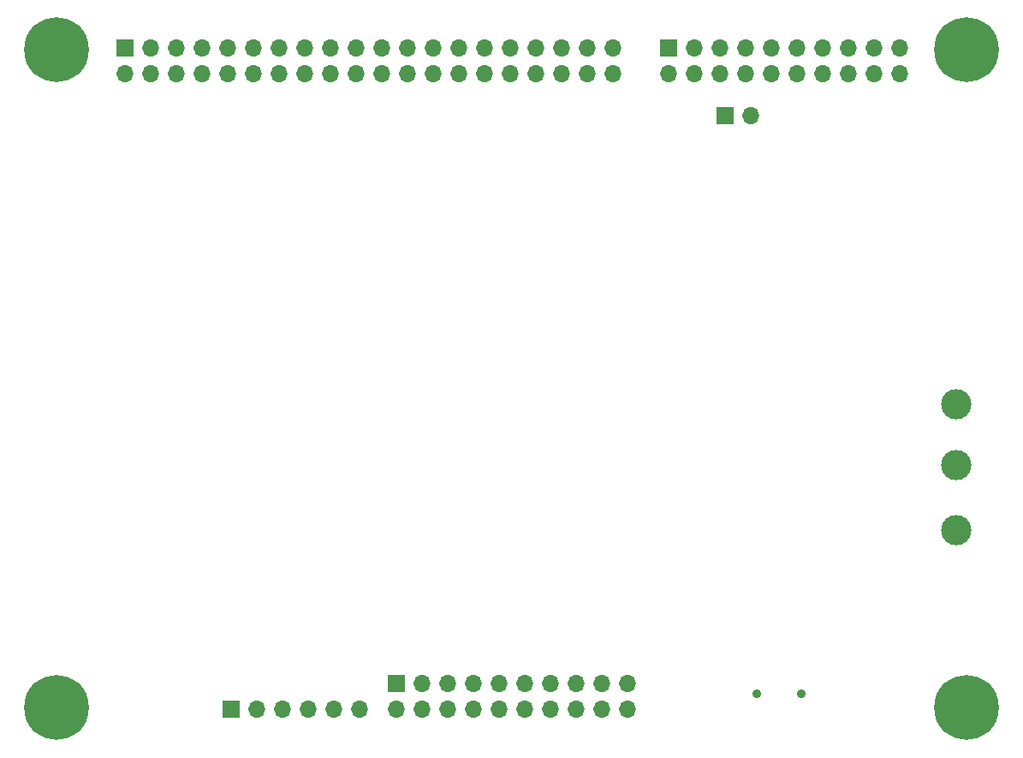
<source format=gbs>
G04 #@! TF.GenerationSoftware,KiCad,Pcbnew,(5.1.10)-1*
G04 #@! TF.CreationDate,2022-03-07T12:44:44+01:00*
G04 #@! TF.ProjectId,karta_pomiarowa_v2,6b617274-615f-4706-9f6d-6961726f7761,rev?*
G04 #@! TF.SameCoordinates,Original*
G04 #@! TF.FileFunction,Soldermask,Bot*
G04 #@! TF.FilePolarity,Negative*
%FSLAX46Y46*%
G04 Gerber Fmt 4.6, Leading zero omitted, Abs format (unit mm)*
G04 Created by KiCad (PCBNEW (5.1.10)-1) date 2022-03-07 12:44:44*
%MOMM*%
%LPD*%
G01*
G04 APERTURE LIST*
%ADD10O,1.700000X1.700000*%
%ADD11R,1.700000X1.700000*%
%ADD12C,6.400000*%
%ADD13C,3.000000*%
%ADD14C,0.900000*%
G04 APERTURE END LIST*
D10*
X74980000Y-105190000D03*
X72440000Y-105190000D03*
X69900000Y-105190000D03*
X67360000Y-105190000D03*
X64820000Y-105190000D03*
D11*
X62280000Y-105190000D03*
D12*
X45000000Y-40000000D03*
X45000000Y-105000000D03*
X135000000Y-105000000D03*
X135000000Y-40000000D03*
D13*
X134000000Y-75000000D03*
X134000000Y-81000000D03*
X134000000Y-87500000D03*
D10*
X100010000Y-42340000D03*
X100010000Y-39800000D03*
X97470000Y-42340000D03*
X97470000Y-39800000D03*
X94930000Y-42340000D03*
X94930000Y-39800000D03*
X92390000Y-42340000D03*
X92390000Y-39800000D03*
X89850000Y-42340000D03*
X89850000Y-39800000D03*
X87310000Y-42340000D03*
X87310000Y-39800000D03*
X84770000Y-42340000D03*
X84770000Y-39800000D03*
X82230000Y-42340000D03*
X82230000Y-39800000D03*
X79690000Y-42340000D03*
X79690000Y-39800000D03*
X77150000Y-42340000D03*
X77150000Y-39800000D03*
X74610000Y-42340000D03*
X74610000Y-39800000D03*
X72070000Y-42340000D03*
X72070000Y-39800000D03*
X69530000Y-42340000D03*
X69530000Y-39800000D03*
X66990000Y-42340000D03*
X66990000Y-39800000D03*
X64450000Y-42340000D03*
X64450000Y-39800000D03*
X61910000Y-42340000D03*
X61910000Y-39800000D03*
X59370000Y-42340000D03*
X59370000Y-39800000D03*
X56830000Y-42340000D03*
X56830000Y-39800000D03*
X54290000Y-42340000D03*
X54290000Y-39800000D03*
X51750000Y-42340000D03*
D11*
X51750000Y-39800000D03*
D10*
X128370000Y-42340000D03*
X128370000Y-39800000D03*
X125830000Y-42340000D03*
X125830000Y-39800000D03*
X123290000Y-42340000D03*
X123290000Y-39800000D03*
X120750000Y-42340000D03*
X120750000Y-39800000D03*
X118210000Y-42340000D03*
X118210000Y-39800000D03*
X115670000Y-42340000D03*
X115670000Y-39800000D03*
X113130000Y-42340000D03*
X113130000Y-39800000D03*
X110590000Y-42340000D03*
X110590000Y-39800000D03*
X108050000Y-42340000D03*
X108050000Y-39800000D03*
X105510000Y-42340000D03*
D11*
X105510000Y-39800000D03*
D10*
X113640000Y-46500000D03*
D11*
X111100000Y-46500000D03*
D10*
X101480000Y-105190000D03*
X101480000Y-102650000D03*
X98940000Y-105190000D03*
X98940000Y-102650000D03*
X96400000Y-105190000D03*
X96400000Y-102650000D03*
X93860000Y-105190000D03*
X93860000Y-102650000D03*
X91320000Y-105190000D03*
X91320000Y-102650000D03*
X88780000Y-105190000D03*
X88780000Y-102650000D03*
X86240000Y-105190000D03*
X86240000Y-102650000D03*
X83700000Y-105190000D03*
X83700000Y-102650000D03*
X81160000Y-105190000D03*
X81160000Y-102650000D03*
X78620000Y-105190000D03*
D11*
X78620000Y-102650000D03*
D14*
X118656000Y-103669000D03*
X114256000Y-103669000D03*
M02*

</source>
